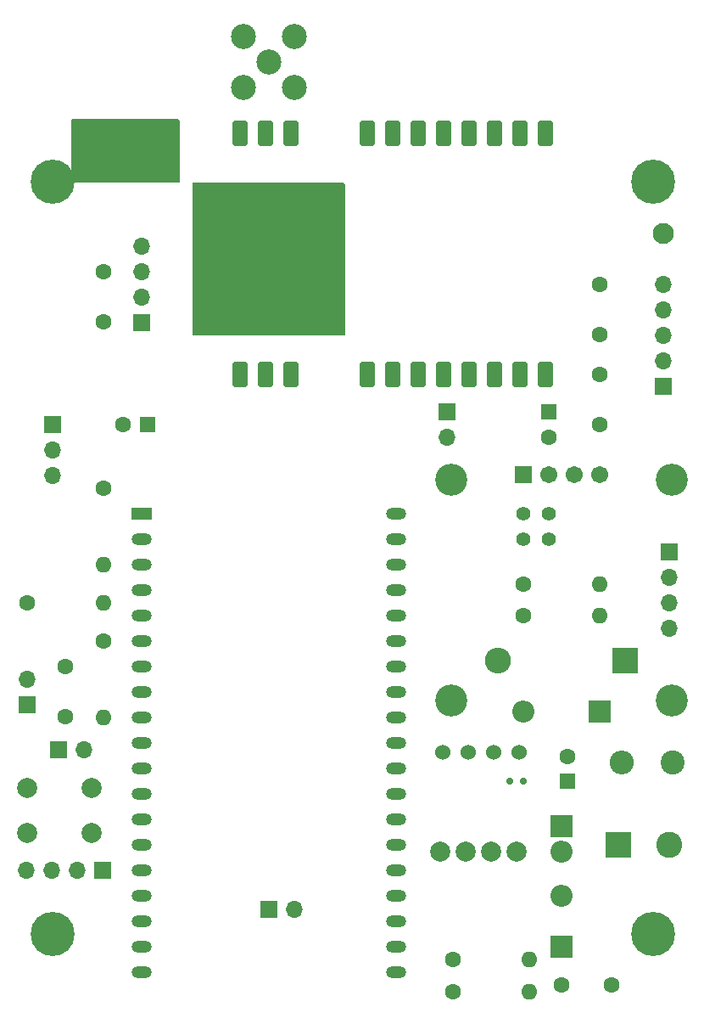
<source format=gbr>
%TF.GenerationSoftware,KiCad,Pcbnew,8.0.5*%
%TF.CreationDate,2024-11-18T20:03:28+01:00*%
%TF.ProjectId,esp32-e22,65737033-322d-4653-9232-2e6b69636164,V 2.1.2*%
%TF.SameCoordinates,Original*%
%TF.FileFunction,Soldermask,Top*%
%TF.FilePolarity,Negative*%
%FSLAX46Y46*%
G04 Gerber Fmt 4.6, Leading zero omitted, Abs format (unit mm)*
G04 Created by KiCad (PCBNEW 8.0.5) date 2024-11-18 20:03:28*
%MOMM*%
%LPD*%
G01*
G04 APERTURE LIST*
G04 Aperture macros list*
%AMRoundRect*
0 Rectangle with rounded corners*
0 $1 Rounding radius*
0 $2 $3 $4 $5 $6 $7 $8 $9 X,Y pos of 4 corners*
0 Add a 4 corners polygon primitive as box body*
4,1,4,$2,$3,$4,$5,$6,$7,$8,$9,$2,$3,0*
0 Add four circle primitives for the rounded corners*
1,1,$1+$1,$2,$3*
1,1,$1+$1,$4,$5*
1,1,$1+$1,$6,$7*
1,1,$1+$1,$8,$9*
0 Add four rect primitives between the rounded corners*
20,1,$1+$1,$2,$3,$4,$5,0*
20,1,$1+$1,$4,$5,$6,$7,0*
20,1,$1+$1,$6,$7,$8,$9,0*
20,1,$1+$1,$8,$9,$2,$3,0*%
G04 Aperture macros list end*
%ADD10R,1.700000X1.700000*%
%ADD11O,1.700000X1.700000*%
%ADD12C,1.600000*%
%ADD13O,1.600000X1.600000*%
%ADD14R,1.600000X1.600000*%
%ADD15C,2.600000*%
%ADD16C,4.400000*%
%ADD17R,2.600000X2.600000*%
%ADD18R,2.200000X2.200000*%
%ADD19O,2.200000X2.200000*%
%ADD20C,3.204000*%
%ADD21RoundRect,0.102000X-0.754000X-0.754000X0.754000X-0.754000X0.754000X0.754000X-0.754000X0.754000X0*%
%ADD22C,1.712000*%
%ADD23C,2.000000*%
%ADD24C,2.500000*%
%ADD25C,2.100000*%
%ADD26RoundRect,0.250000X-0.500000X1.000000X-0.500000X-1.000000X0.500000X-1.000000X0.500000X1.000000X0*%
%ADD27R,2.000000X1.200000*%
%ADD28O,2.000000X1.200000*%
%ADD29C,2.400000*%
%ADD30O,2.400000X2.400000*%
%ADD31RoundRect,0.150000X-0.150000X-0.200000X0.150000X-0.200000X0.150000X0.200000X-0.150000X0.200000X0*%
%ADD32O,2.600000X2.600000*%
%ADD33C,1.524000*%
%ADD34C,1.400000*%
G04 APERTURE END LIST*
D10*
%TO.C,J5*%
X115570000Y-87630000D03*
D11*
X115570000Y-90170000D03*
X115570000Y-92710000D03*
%TD*%
D12*
%TO.C,R1*%
X113030000Y-105410000D03*
D13*
X120650000Y-105410000D03*
%TD*%
D14*
%TO.C,C6*%
X167005000Y-123190000D03*
D12*
X167005000Y-120690000D03*
%TD*%
D15*
%TO.C,H3*%
X115570000Y-138430000D03*
D16*
X115570000Y-138430000D03*
%TD*%
D17*
%TO.C,J3*%
X172085000Y-129540000D03*
D15*
X177165000Y-129540000D03*
%TD*%
D12*
%TO.C,R2*%
X120650000Y-109220000D03*
D13*
X120650000Y-116840000D03*
%TD*%
D18*
%TO.C,D5*%
X166370000Y-127635000D03*
D19*
X166370000Y-130175000D03*
%TD*%
D14*
%TO.C,C2*%
X125095000Y-87630000D03*
D12*
X122595000Y-87630000D03*
%TD*%
D20*
%TO.C,U2*%
X155370000Y-93140000D03*
X155370000Y-115140000D03*
X177370000Y-93140000D03*
X177370000Y-115140000D03*
D21*
X162560000Y-92640000D03*
D22*
X165100000Y-92640000D03*
X167640000Y-92640000D03*
X170180000Y-92640000D03*
%TD*%
D12*
%TO.C,R5*%
X120650000Y-93980000D03*
D13*
X120650000Y-101600000D03*
%TD*%
D23*
%TO.C,J2*%
X154305000Y-130175000D03*
X156845000Y-130175000D03*
X159385000Y-130175000D03*
X161925000Y-130175000D03*
%TD*%
D15*
%TO.C,H1*%
X115570000Y-63430000D03*
D16*
X115570000Y-63430000D03*
%TD*%
D10*
%TO.C,J1*%
X113030000Y-115570000D03*
D11*
X113030000Y-113030000D03*
%TD*%
D10*
%TO.C,J6*%
X124460000Y-77470000D03*
D11*
X124460000Y-74930000D03*
X124460000Y-72390000D03*
X124460000Y-69850000D03*
%TD*%
D18*
%TO.C,D1*%
X166370000Y-139700000D03*
D19*
X166370000Y-134620000D03*
%TD*%
D12*
%TO.C,C4*%
X170180000Y-87630000D03*
X170180000Y-82630000D03*
%TD*%
D15*
%TO.C,H2*%
X175570000Y-63430000D03*
D16*
X175570000Y-63430000D03*
%TD*%
D10*
%TO.C,J7*%
X176530000Y-83820000D03*
D11*
X176530000Y-81280000D03*
X176530000Y-78740000D03*
X176530000Y-76200000D03*
X176530000Y-73660000D03*
%TD*%
D12*
%TO.C,C5*%
X166370000Y-143510000D03*
X171370000Y-143510000D03*
%TD*%
D24*
%TO.C,J8*%
X137160000Y-51435000D03*
X139700000Y-48895000D03*
X134620000Y-48895000D03*
X139700000Y-53975000D03*
X134620000Y-53975000D03*
%TD*%
D25*
%TO.C,REF\u002A\u002A*%
X176530000Y-68580000D03*
%TD*%
D14*
%TO.C,C3*%
X165100000Y-86360000D03*
D12*
X165100000Y-88860000D03*
%TD*%
D26*
%TO.C,U3*%
X134330000Y-82590000D03*
X136870000Y-82590000D03*
X139410000Y-82590000D03*
X146980000Y-82590000D03*
X149520000Y-82590000D03*
X152060000Y-82590000D03*
X154600000Y-82590000D03*
X157140000Y-82590000D03*
X159680000Y-82590000D03*
X162220000Y-82590000D03*
X164760000Y-82590000D03*
X164760000Y-58590000D03*
X162220000Y-58590000D03*
X159680000Y-58590000D03*
X157140000Y-58590000D03*
X154600000Y-58590000D03*
X152060000Y-58590000D03*
X149520000Y-58590000D03*
X146980000Y-58590000D03*
X139410000Y-58590000D03*
X136870000Y-58590000D03*
X134330000Y-58590000D03*
%TD*%
D10*
%TO.C,J4*%
X120640000Y-132080000D03*
D11*
X118100000Y-132080000D03*
X115560000Y-132080000D03*
X113020000Y-132080000D03*
%TD*%
D27*
%TO.C,U1*%
X124460000Y-96520000D03*
D28*
X124460000Y-99060000D03*
X124460000Y-101600000D03*
X124460000Y-104140000D03*
X124460000Y-106680000D03*
X124460000Y-109220000D03*
X124460000Y-111760000D03*
X124460000Y-114300000D03*
X124460000Y-116840000D03*
X124460000Y-119380000D03*
X124460000Y-121920000D03*
X124460000Y-124460000D03*
X124460000Y-127000000D03*
X124460000Y-129540000D03*
X124460000Y-132080000D03*
X124460000Y-134620000D03*
X124460000Y-137160000D03*
X124460000Y-139700000D03*
X124460000Y-142240000D03*
X149856320Y-142237280D03*
X149856320Y-139697280D03*
X149860000Y-137160000D03*
X149860000Y-134620000D03*
X149860000Y-132080000D03*
X149860000Y-129540000D03*
X149860000Y-127000000D03*
X149860000Y-124460000D03*
X149860000Y-121920000D03*
X149860000Y-119380000D03*
X149860000Y-116840000D03*
X149860000Y-114300000D03*
X149860000Y-111760000D03*
X149860000Y-109220000D03*
X149860000Y-106680000D03*
X149860000Y-104140000D03*
X149860000Y-101600000D03*
X149860000Y-99060000D03*
X149860000Y-96520000D03*
%TD*%
D12*
%TO.C,C7*%
X170180000Y-73660000D03*
X170180000Y-78660000D03*
%TD*%
%TO.C,C1*%
X116840000Y-111760000D03*
X116840000Y-116760000D03*
%TD*%
D15*
%TO.C,H4*%
X175570000Y-138430000D03*
D16*
X175570000Y-138430000D03*
%TD*%
D29*
%TO.C,F1*%
X177500000Y-121285000D03*
D30*
X172420000Y-121285000D03*
%TD*%
D12*
%TO.C,C8*%
X120650000Y-72390000D03*
X120650000Y-77390000D03*
%TD*%
D10*
%TO.C,J10*%
X116205000Y-120015000D03*
D11*
X118745000Y-120015000D03*
%TD*%
D23*
%TO.C,SW1*%
X113030000Y-123825000D03*
X119530000Y-123825000D03*
X113030000Y-128325000D03*
X119530000Y-128325000D03*
%TD*%
D31*
%TO.C,D3*%
X162625000Y-123190000D03*
X161225000Y-123190000D03*
%TD*%
D10*
%TO.C,J9*%
X154940000Y-86360000D03*
D11*
X154940000Y-88900000D03*
%TD*%
D17*
%TO.C,D4*%
X172720000Y-111125000D03*
D32*
X160020000Y-111125000D03*
%TD*%
D33*
%TO.C,U4*%
X162135000Y-120255000D03*
X159595000Y-120255000D03*
X157055000Y-120255000D03*
X154515000Y-120255000D03*
%TD*%
D34*
%TO.C,JP1*%
X162560000Y-96520000D03*
X162560000Y-99060000D03*
%TD*%
D12*
%TO.C,R4*%
X155575000Y-140970000D03*
D13*
X163195000Y-140970000D03*
%TD*%
D10*
%TO.C,J12*%
X137160000Y-135960000D03*
D11*
X139700000Y-135960000D03*
%TD*%
D12*
%TO.C,R7*%
X162560000Y-103505000D03*
D13*
X170180000Y-103505000D03*
%TD*%
D18*
%TO.C,D2*%
X170180000Y-116205000D03*
D19*
X162560000Y-116205000D03*
%TD*%
D34*
%TO.C,JP2*%
X165100000Y-99060000D03*
X165100000Y-96520000D03*
%TD*%
D10*
%TO.C,J11*%
X177190000Y-100340000D03*
D11*
X177190000Y-102880000D03*
X177190000Y-105420000D03*
X177190000Y-107960000D03*
%TD*%
D12*
%TO.C,R6*%
X162560000Y-106680000D03*
D13*
X170180000Y-106680000D03*
%TD*%
D12*
%TO.C,R3*%
X155575000Y-144145000D03*
D13*
X163195000Y-144145000D03*
%TD*%
G36*
X128213039Y-57169685D02*
G01*
X128258794Y-57222489D01*
X128270000Y-57274000D01*
X128270000Y-63376000D01*
X128250315Y-63443039D01*
X128197511Y-63488794D01*
X128146000Y-63500000D01*
X117599000Y-63500000D01*
X117531961Y-63480315D01*
X117486206Y-63427511D01*
X117475000Y-63376000D01*
X117475000Y-57274000D01*
X117494685Y-57206961D01*
X117547489Y-57161206D01*
X117599000Y-57150000D01*
X128146000Y-57150000D01*
X128213039Y-57169685D01*
G37*
G36*
X144723039Y-63519685D02*
G01*
X144768794Y-63572489D01*
X144780000Y-63624000D01*
X144780000Y-78616000D01*
X144760315Y-78683039D01*
X144707511Y-78728794D01*
X144656000Y-78740000D01*
X129664000Y-78740000D01*
X129596961Y-78720315D01*
X129551206Y-78667511D01*
X129540000Y-78616000D01*
X129540000Y-63624000D01*
X129559685Y-63556961D01*
X129612489Y-63511206D01*
X129664000Y-63500000D01*
X144656000Y-63500000D01*
X144723039Y-63519685D01*
G37*
M02*

</source>
